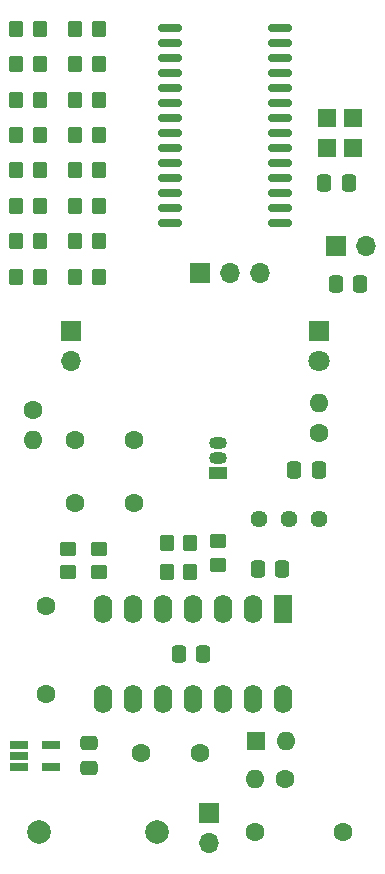
<source format=gbr>
%TF.GenerationSoftware,KiCad,Pcbnew,7.0.1*%
%TF.CreationDate,2023-04-04T13:23:45+02:00*%
%TF.ProjectId,weit_generator,77656974-5f67-4656-9e65-7261746f722e,rev?*%
%TF.SameCoordinates,Original*%
%TF.FileFunction,Soldermask,Top*%
%TF.FilePolarity,Negative*%
%FSLAX46Y46*%
G04 Gerber Fmt 4.6, Leading zero omitted, Abs format (unit mm)*
G04 Created by KiCad (PCBNEW 7.0.1) date 2023-04-04 13:23:45*
%MOMM*%
%LPD*%
G01*
G04 APERTURE LIST*
G04 Aperture macros list*
%AMRoundRect*
0 Rectangle with rounded corners*
0 $1 Rounding radius*
0 $2 $3 $4 $5 $6 $7 $8 $9 X,Y pos of 4 corners*
0 Add a 4 corners polygon primitive as box body*
4,1,4,$2,$3,$4,$5,$6,$7,$8,$9,$2,$3,0*
0 Add four circle primitives for the rounded corners*
1,1,$1+$1,$2,$3*
1,1,$1+$1,$4,$5*
1,1,$1+$1,$6,$7*
1,1,$1+$1,$8,$9*
0 Add four rect primitives between the rounded corners*
20,1,$1+$1,$2,$3,$4,$5,0*
20,1,$1+$1,$4,$5,$6,$7,0*
20,1,$1+$1,$6,$7,$8,$9,0*
20,1,$1+$1,$8,$9,$2,$3,0*%
G04 Aperture macros list end*
%ADD10RoundRect,0.250000X-0.337500X-0.475000X0.337500X-0.475000X0.337500X0.475000X-0.337500X0.475000X0*%
%ADD11RoundRect,0.250000X0.350000X0.450000X-0.350000X0.450000X-0.350000X-0.450000X0.350000X-0.450000X0*%
%ADD12RoundRect,0.250000X-0.475000X0.337500X-0.475000X-0.337500X0.475000X-0.337500X0.475000X0.337500X0*%
%ADD13R,1.600000X1.600000*%
%ADD14O,1.600000X1.600000*%
%ADD15R,1.700000X1.700000*%
%ADD16O,1.700000X1.700000*%
%ADD17R,1.800000X1.800000*%
%ADD18C,1.800000*%
%ADD19C,1.600000*%
%ADD20R,1.600000X2.400000*%
%ADD21O,1.600000X2.400000*%
%ADD22C,2.000000*%
%ADD23RoundRect,0.250000X0.337500X0.475000X-0.337500X0.475000X-0.337500X-0.475000X0.337500X-0.475000X0*%
%ADD24C,1.440000*%
%ADD25RoundRect,0.150000X-0.875000X-0.150000X0.875000X-0.150000X0.875000X0.150000X-0.875000X0.150000X0*%
%ADD26RoundRect,0.250000X-0.450000X0.350000X-0.450000X-0.350000X0.450000X-0.350000X0.450000X0.350000X0*%
%ADD27RoundRect,0.250000X0.450000X-0.350000X0.450000X0.350000X-0.450000X0.350000X-0.450000X-0.350000X0*%
%ADD28R,1.500000X1.600000*%
%ADD29R,1.560000X0.650000*%
%ADD30O,1.500000X1.050000*%
%ADD31R,1.500000X1.050000*%
G04 APERTURE END LIST*
D10*
%TO.C,C3*%
X164212500Y-81460000D03*
X166287500Y-81460000D03*
%TD*%
D11*
%TO.C,R4*%
X145155000Y-86380000D03*
X143155000Y-86380000D03*
%TD*%
%TO.C,R14*%
X140155000Y-80380000D03*
X138155000Y-80380000D03*
%TD*%
D12*
%TO.C,C2*%
X144300000Y-128862500D03*
X144300000Y-130937500D03*
%TD*%
D13*
%TO.C,D2*%
X158455685Y-128724315D03*
D14*
X160995685Y-128724315D03*
%TD*%
D15*
%TO.C,J3*%
X154500000Y-134800000D03*
D16*
X154500000Y-137340000D03*
%TD*%
D17*
%TO.C,D1*%
X163750000Y-93975000D03*
D18*
X163750000Y-96515000D03*
%TD*%
D11*
%TO.C,R7*%
X145155000Y-77380000D03*
X143155000Y-77380000D03*
%TD*%
%TO.C,R6*%
X145155000Y-80380000D03*
X143155000Y-80380000D03*
%TD*%
D19*
%TO.C,C8*%
X140700000Y-117250000D03*
X140700000Y-124750000D03*
%TD*%
D15*
%TO.C,J1*%
X165225000Y-86750000D03*
D16*
X167765000Y-86750000D03*
%TD*%
D11*
%TO.C,R20*%
X152900000Y-111900000D03*
X150900000Y-111900000D03*
%TD*%
D19*
%TO.C,C5*%
X148100000Y-108550000D03*
X143100000Y-108550000D03*
%TD*%
D20*
%TO.C,U1*%
X160775000Y-117550000D03*
D21*
X158235000Y-117550000D03*
X155695000Y-117550000D03*
X153155000Y-117550000D03*
X150615000Y-117550000D03*
X148075000Y-117550000D03*
X145535000Y-117550000D03*
X145535000Y-125170000D03*
X148075000Y-125170000D03*
X150615000Y-125170000D03*
X153155000Y-125170000D03*
X155695000Y-125170000D03*
X158235000Y-125170000D03*
X160775000Y-125170000D03*
%TD*%
D11*
%TO.C,R17*%
X140155000Y-71380000D03*
X138155000Y-71380000D03*
%TD*%
D22*
%TO.C,C11*%
X140100000Y-136400000D03*
X150100000Y-136400000D03*
%TD*%
D15*
%TO.C,J2*%
X153720000Y-89050000D03*
D16*
X156260000Y-89050000D03*
X158800000Y-89050000D03*
%TD*%
D11*
%TO.C,R15*%
X140155000Y-77380000D03*
X138155000Y-77380000D03*
%TD*%
D23*
%TO.C,C12*%
X160687500Y-114100000D03*
X158612500Y-114100000D03*
%TD*%
D10*
%TO.C,C13*%
X151900000Y-121350000D03*
X153975000Y-121350000D03*
%TD*%
D19*
%TO.C,R24*%
X160910000Y-131924315D03*
D14*
X158370000Y-131924315D03*
%TD*%
D24*
%TO.C,RV1*%
X163775000Y-109925000D03*
X161235000Y-109925000D03*
X158695000Y-109925000D03*
%TD*%
D11*
%TO.C,R12*%
X140155000Y-86380000D03*
X138155000Y-86380000D03*
%TD*%
%TO.C,R13*%
X140155000Y-83380000D03*
X138155000Y-83380000D03*
%TD*%
%TO.C,R11*%
X140155000Y-89380000D03*
X138155000Y-89380000D03*
%TD*%
D19*
%TO.C,C6*%
X148100000Y-103250000D03*
X143100000Y-103250000D03*
%TD*%
D11*
%TO.C,R3*%
X145155000Y-89380000D03*
X143155000Y-89380000D03*
%TD*%
%TO.C,R8*%
X145155000Y-74380000D03*
X143155000Y-74380000D03*
%TD*%
%TO.C,R5*%
X145155000Y-83380000D03*
X143155000Y-83380000D03*
%TD*%
%TO.C,R18*%
X140155000Y-68380000D03*
X138155000Y-68380000D03*
%TD*%
D14*
%TO.C,R25*%
X163800000Y-100060000D03*
D19*
X163800000Y-102600000D03*
%TD*%
D11*
%TO.C,R10*%
X145155000Y-68380000D03*
X143155000Y-68380000D03*
%TD*%
D19*
%TO.C,C9*%
X165840000Y-136390000D03*
X158340000Y-136390000D03*
%TD*%
%TO.C,C7*%
X153700000Y-129700000D03*
X148700000Y-129700000D03*
%TD*%
D25*
%TO.C,U2*%
X151155000Y-68340000D03*
X151155000Y-69610000D03*
X151155000Y-70880000D03*
X151155000Y-72150000D03*
X151155000Y-73420000D03*
X151155000Y-74690000D03*
X151155000Y-75960000D03*
X151155000Y-77230000D03*
X151155000Y-78500000D03*
X151155000Y-79770000D03*
X151155000Y-81040000D03*
X151155000Y-82310000D03*
X151155000Y-83580000D03*
X151155000Y-84850000D03*
X160455000Y-84850000D03*
X160455000Y-83580000D03*
X160455000Y-82310000D03*
X160455000Y-81040000D03*
X160455000Y-79770000D03*
X160455000Y-78500000D03*
X160455000Y-77230000D03*
X160455000Y-75960000D03*
X160455000Y-74690000D03*
X160455000Y-73420000D03*
X160455000Y-72150000D03*
X160455000Y-70880000D03*
X160455000Y-69610000D03*
X160455000Y-68340000D03*
%TD*%
D11*
%TO.C,R16*%
X140155000Y-74380000D03*
X138155000Y-74380000D03*
%TD*%
D26*
%TO.C,R22*%
X142500000Y-112400000D03*
X142500000Y-114400000D03*
%TD*%
D27*
%TO.C,R21*%
X145200000Y-114400000D03*
X145200000Y-112400000D03*
%TD*%
%TO.C,R23*%
X155250000Y-111750000D03*
X155250000Y-113750000D03*
%TD*%
D11*
%TO.C,R9*%
X145155000Y-71380000D03*
X143155000Y-71380000D03*
%TD*%
D15*
%TO.C,R2*%
X142750000Y-94000000D03*
D16*
X142750000Y-96540000D03*
%TD*%
D28*
%TO.C,X1*%
X166700000Y-78470000D03*
X166700000Y-75930000D03*
X164500000Y-75930000D03*
X164500000Y-78470000D03*
%TD*%
D10*
%TO.C,C1*%
X165212500Y-90000000D03*
X167287500Y-90000000D03*
%TD*%
%TO.C,C10*%
X161675000Y-105750000D03*
X163750000Y-105750000D03*
%TD*%
D29*
%TO.C,U4*%
X138400000Y-129000000D03*
X138400000Y-129950000D03*
X138400000Y-130900000D03*
X141100000Y-130900000D03*
X141100000Y-129000000D03*
%TD*%
D11*
%TO.C,R19*%
X152900000Y-114400000D03*
X150900000Y-114400000D03*
%TD*%
D19*
%TO.C,R1*%
X139600000Y-100660000D03*
D14*
X139600000Y-103200000D03*
%TD*%
D30*
%TO.C,U3*%
X155250000Y-103480000D03*
X155250000Y-104750000D03*
D31*
X155250000Y-106020000D03*
%TD*%
M02*

</source>
